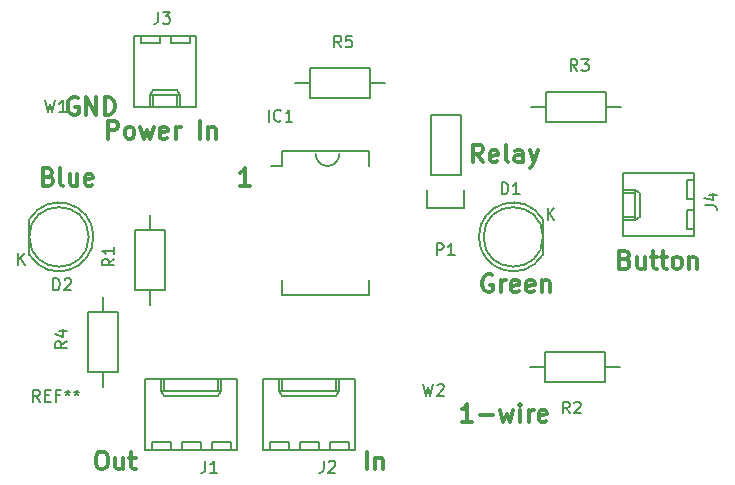
<source format=gbr>
G04 #@! TF.FileFunction,Legend,Top*
%FSLAX46Y46*%
G04 Gerber Fmt 4.6, Leading zero omitted, Abs format (unit mm)*
G04 Created by KiCad (PCBNEW 4.0.5+dfsg1-4) date Sat Jul  7 16:24:38 2018*
%MOMM*%
%LPD*%
G01*
G04 APERTURE LIST*
%ADD10C,0.100000*%
%ADD11C,0.300000*%
%ADD12C,0.200000*%
%ADD13C,0.150000*%
G04 APERTURE END LIST*
D10*
D11*
X186964286Y-123250000D02*
X186821429Y-123178571D01*
X186607143Y-123178571D01*
X186392858Y-123250000D01*
X186250000Y-123392857D01*
X186178572Y-123535714D01*
X186107143Y-123821429D01*
X186107143Y-124035714D01*
X186178572Y-124321429D01*
X186250000Y-124464286D01*
X186392858Y-124607143D01*
X186607143Y-124678571D01*
X186750000Y-124678571D01*
X186964286Y-124607143D01*
X187035715Y-124535714D01*
X187035715Y-124035714D01*
X186750000Y-124035714D01*
X187678572Y-124678571D02*
X187678572Y-123678571D01*
X187678572Y-123964286D02*
X187750000Y-123821429D01*
X187821429Y-123750000D01*
X187964286Y-123678571D01*
X188107143Y-123678571D01*
X189178571Y-124607143D02*
X189035714Y-124678571D01*
X188750000Y-124678571D01*
X188607143Y-124607143D01*
X188535714Y-124464286D01*
X188535714Y-123892857D01*
X188607143Y-123750000D01*
X188750000Y-123678571D01*
X189035714Y-123678571D01*
X189178571Y-123750000D01*
X189250000Y-123892857D01*
X189250000Y-124035714D01*
X188535714Y-124178571D01*
X190464285Y-124607143D02*
X190321428Y-124678571D01*
X190035714Y-124678571D01*
X189892857Y-124607143D01*
X189821428Y-124464286D01*
X189821428Y-123892857D01*
X189892857Y-123750000D01*
X190035714Y-123678571D01*
X190321428Y-123678571D01*
X190464285Y-123750000D01*
X190535714Y-123892857D01*
X190535714Y-124035714D01*
X189821428Y-124178571D01*
X191178571Y-123678571D02*
X191178571Y-124678571D01*
X191178571Y-123821429D02*
X191249999Y-123750000D01*
X191392857Y-123678571D01*
X191607142Y-123678571D01*
X191749999Y-123750000D01*
X191821428Y-123892857D01*
X191821428Y-124678571D01*
X149392858Y-114892857D02*
X149607144Y-114964286D01*
X149678572Y-115035714D01*
X149750001Y-115178571D01*
X149750001Y-115392857D01*
X149678572Y-115535714D01*
X149607144Y-115607143D01*
X149464286Y-115678571D01*
X148892858Y-115678571D01*
X148892858Y-114178571D01*
X149392858Y-114178571D01*
X149535715Y-114250000D01*
X149607144Y-114321429D01*
X149678572Y-114464286D01*
X149678572Y-114607143D01*
X149607144Y-114750000D01*
X149535715Y-114821429D01*
X149392858Y-114892857D01*
X148892858Y-114892857D01*
X150607144Y-115678571D02*
X150464286Y-115607143D01*
X150392858Y-115464286D01*
X150392858Y-114178571D01*
X151821429Y-114678571D02*
X151821429Y-115678571D01*
X151178572Y-114678571D02*
X151178572Y-115464286D01*
X151250000Y-115607143D01*
X151392858Y-115678571D01*
X151607143Y-115678571D01*
X151750000Y-115607143D01*
X151821429Y-115535714D01*
X153107143Y-115607143D02*
X152964286Y-115678571D01*
X152678572Y-115678571D01*
X152535715Y-115607143D01*
X152464286Y-115464286D01*
X152464286Y-114892857D01*
X152535715Y-114750000D01*
X152678572Y-114678571D01*
X152964286Y-114678571D01*
X153107143Y-114750000D01*
X153178572Y-114892857D01*
X153178572Y-115035714D01*
X152464286Y-115178571D01*
D12*
X173000000Y-114000000D02*
G75*
G03X174000000Y-113000000I0J1000000D01*
G01*
X172000000Y-113000000D02*
G75*
G03X173000000Y-114000000I1000000J0D01*
G01*
D11*
X154428572Y-111678571D02*
X154428572Y-110178571D01*
X155000000Y-110178571D01*
X155142858Y-110250000D01*
X155214286Y-110321429D01*
X155285715Y-110464286D01*
X155285715Y-110678571D01*
X155214286Y-110821429D01*
X155142858Y-110892857D01*
X155000000Y-110964286D01*
X154428572Y-110964286D01*
X156142858Y-111678571D02*
X156000000Y-111607143D01*
X155928572Y-111535714D01*
X155857143Y-111392857D01*
X155857143Y-110964286D01*
X155928572Y-110821429D01*
X156000000Y-110750000D01*
X156142858Y-110678571D01*
X156357143Y-110678571D01*
X156500000Y-110750000D01*
X156571429Y-110821429D01*
X156642858Y-110964286D01*
X156642858Y-111392857D01*
X156571429Y-111535714D01*
X156500000Y-111607143D01*
X156357143Y-111678571D01*
X156142858Y-111678571D01*
X157142858Y-110678571D02*
X157428572Y-111678571D01*
X157714286Y-110964286D01*
X158000001Y-111678571D01*
X158285715Y-110678571D01*
X159428572Y-111607143D02*
X159285715Y-111678571D01*
X159000001Y-111678571D01*
X158857144Y-111607143D01*
X158785715Y-111464286D01*
X158785715Y-110892857D01*
X158857144Y-110750000D01*
X159000001Y-110678571D01*
X159285715Y-110678571D01*
X159428572Y-110750000D01*
X159500001Y-110892857D01*
X159500001Y-111035714D01*
X158785715Y-111178571D01*
X160142858Y-111678571D02*
X160142858Y-110678571D01*
X160142858Y-110964286D02*
X160214286Y-110821429D01*
X160285715Y-110750000D01*
X160428572Y-110678571D01*
X160571429Y-110678571D01*
X162214286Y-111678571D02*
X162214286Y-110178571D01*
X162928572Y-110678571D02*
X162928572Y-111678571D01*
X162928572Y-110821429D02*
X163000000Y-110750000D01*
X163142858Y-110678571D01*
X163357143Y-110678571D01*
X163500000Y-110750000D01*
X163571429Y-110892857D01*
X163571429Y-111678571D01*
X186178572Y-113678571D02*
X185678572Y-112964286D01*
X185321429Y-113678571D02*
X185321429Y-112178571D01*
X185892857Y-112178571D01*
X186035715Y-112250000D01*
X186107143Y-112321429D01*
X186178572Y-112464286D01*
X186178572Y-112678571D01*
X186107143Y-112821429D01*
X186035715Y-112892857D01*
X185892857Y-112964286D01*
X185321429Y-112964286D01*
X187392857Y-113607143D02*
X187250000Y-113678571D01*
X186964286Y-113678571D01*
X186821429Y-113607143D01*
X186750000Y-113464286D01*
X186750000Y-112892857D01*
X186821429Y-112750000D01*
X186964286Y-112678571D01*
X187250000Y-112678571D01*
X187392857Y-112750000D01*
X187464286Y-112892857D01*
X187464286Y-113035714D01*
X186750000Y-113178571D01*
X188321429Y-113678571D02*
X188178571Y-113607143D01*
X188107143Y-113464286D01*
X188107143Y-112178571D01*
X189535714Y-113678571D02*
X189535714Y-112892857D01*
X189464285Y-112750000D01*
X189321428Y-112678571D01*
X189035714Y-112678571D01*
X188892857Y-112750000D01*
X189535714Y-113607143D02*
X189392857Y-113678571D01*
X189035714Y-113678571D01*
X188892857Y-113607143D01*
X188821428Y-113464286D01*
X188821428Y-113321429D01*
X188892857Y-113178571D01*
X189035714Y-113107143D01*
X189392857Y-113107143D01*
X189535714Y-113035714D01*
X190107143Y-112678571D02*
X190464286Y-113678571D01*
X190821428Y-112678571D02*
X190464286Y-113678571D01*
X190321428Y-114035714D01*
X190250000Y-114107143D01*
X190107143Y-114178571D01*
X185250000Y-135678571D02*
X184392857Y-135678571D01*
X184821429Y-135678571D02*
X184821429Y-134178571D01*
X184678572Y-134392857D01*
X184535714Y-134535714D01*
X184392857Y-134607143D01*
X185892857Y-135107143D02*
X187035714Y-135107143D01*
X187607143Y-134678571D02*
X187892857Y-135678571D01*
X188178571Y-134964286D01*
X188464286Y-135678571D01*
X188750000Y-134678571D01*
X189321429Y-135678571D02*
X189321429Y-134678571D01*
X189321429Y-134178571D02*
X189250000Y-134250000D01*
X189321429Y-134321429D01*
X189392857Y-134250000D01*
X189321429Y-134178571D01*
X189321429Y-134321429D01*
X190035715Y-135678571D02*
X190035715Y-134678571D01*
X190035715Y-134964286D02*
X190107143Y-134821429D01*
X190178572Y-134750000D01*
X190321429Y-134678571D01*
X190464286Y-134678571D01*
X191535714Y-135607143D02*
X191392857Y-135678571D01*
X191107143Y-135678571D01*
X190964286Y-135607143D01*
X190892857Y-135464286D01*
X190892857Y-134892857D01*
X190964286Y-134750000D01*
X191107143Y-134678571D01*
X191392857Y-134678571D01*
X191535714Y-134750000D01*
X191607143Y-134892857D01*
X191607143Y-135035714D01*
X190892857Y-135178571D01*
X151857143Y-108250000D02*
X151714286Y-108178571D01*
X151500000Y-108178571D01*
X151285715Y-108250000D01*
X151142857Y-108392857D01*
X151071429Y-108535714D01*
X151000000Y-108821429D01*
X151000000Y-109035714D01*
X151071429Y-109321429D01*
X151142857Y-109464286D01*
X151285715Y-109607143D01*
X151500000Y-109678571D01*
X151642857Y-109678571D01*
X151857143Y-109607143D01*
X151928572Y-109535714D01*
X151928572Y-109035714D01*
X151642857Y-109035714D01*
X152571429Y-109678571D02*
X152571429Y-108178571D01*
X153428572Y-109678571D01*
X153428572Y-108178571D01*
X154142858Y-109678571D02*
X154142858Y-108178571D01*
X154500001Y-108178571D01*
X154714286Y-108250000D01*
X154857144Y-108392857D01*
X154928572Y-108535714D01*
X155000001Y-108821429D01*
X155000001Y-109035714D01*
X154928572Y-109321429D01*
X154857144Y-109464286D01*
X154714286Y-109607143D01*
X154500001Y-109678571D01*
X154142858Y-109678571D01*
X166428572Y-115678571D02*
X165571429Y-115678571D01*
X166000001Y-115678571D02*
X166000001Y-114178571D01*
X165857144Y-114392857D01*
X165714286Y-114535714D01*
X165571429Y-114607143D01*
X176321429Y-139678571D02*
X176321429Y-138178571D01*
X177035715Y-138678571D02*
X177035715Y-139678571D01*
X177035715Y-138821429D02*
X177107143Y-138750000D01*
X177250001Y-138678571D01*
X177464286Y-138678571D01*
X177607143Y-138750000D01*
X177678572Y-138892857D01*
X177678572Y-139678571D01*
X153750000Y-138178571D02*
X154035714Y-138178571D01*
X154178572Y-138250000D01*
X154321429Y-138392857D01*
X154392857Y-138678571D01*
X154392857Y-139178571D01*
X154321429Y-139464286D01*
X154178572Y-139607143D01*
X154035714Y-139678571D01*
X153750000Y-139678571D01*
X153607143Y-139607143D01*
X153464286Y-139464286D01*
X153392857Y-139178571D01*
X153392857Y-138678571D01*
X153464286Y-138392857D01*
X153607143Y-138250000D01*
X153750000Y-138178571D01*
X155678572Y-138678571D02*
X155678572Y-139678571D01*
X155035715Y-138678571D02*
X155035715Y-139464286D01*
X155107143Y-139607143D01*
X155250001Y-139678571D01*
X155464286Y-139678571D01*
X155607143Y-139607143D01*
X155678572Y-139535714D01*
X156178572Y-138678571D02*
X156750001Y-138678571D01*
X156392858Y-138178571D02*
X156392858Y-139464286D01*
X156464286Y-139607143D01*
X156607144Y-139678571D01*
X156750001Y-139678571D01*
X198214286Y-121892857D02*
X198428572Y-121964286D01*
X198500000Y-122035714D01*
X198571429Y-122178571D01*
X198571429Y-122392857D01*
X198500000Y-122535714D01*
X198428572Y-122607143D01*
X198285714Y-122678571D01*
X197714286Y-122678571D01*
X197714286Y-121178571D01*
X198214286Y-121178571D01*
X198357143Y-121250000D01*
X198428572Y-121321429D01*
X198500000Y-121464286D01*
X198500000Y-121607143D01*
X198428572Y-121750000D01*
X198357143Y-121821429D01*
X198214286Y-121892857D01*
X197714286Y-121892857D01*
X199857143Y-121678571D02*
X199857143Y-122678571D01*
X199214286Y-121678571D02*
X199214286Y-122464286D01*
X199285714Y-122607143D01*
X199428572Y-122678571D01*
X199642857Y-122678571D01*
X199785714Y-122607143D01*
X199857143Y-122535714D01*
X200357143Y-121678571D02*
X200928572Y-121678571D01*
X200571429Y-121178571D02*
X200571429Y-122464286D01*
X200642857Y-122607143D01*
X200785715Y-122678571D01*
X200928572Y-122678571D01*
X201214286Y-121678571D02*
X201785715Y-121678571D01*
X201428572Y-121178571D02*
X201428572Y-122464286D01*
X201500000Y-122607143D01*
X201642858Y-122678571D01*
X201785715Y-122678571D01*
X202500001Y-122678571D02*
X202357143Y-122607143D01*
X202285715Y-122535714D01*
X202214286Y-122392857D01*
X202214286Y-121964286D01*
X202285715Y-121821429D01*
X202357143Y-121750000D01*
X202500001Y-121678571D01*
X202714286Y-121678571D01*
X202857143Y-121750000D01*
X202928572Y-121821429D01*
X203000001Y-121964286D01*
X203000001Y-122392857D01*
X202928572Y-122535714D01*
X202857143Y-122607143D01*
X202714286Y-122678571D01*
X202500001Y-122678571D01*
X203642858Y-121678571D02*
X203642858Y-122678571D01*
X203642858Y-121821429D02*
X203714286Y-121750000D01*
X203857144Y-121678571D01*
X204071429Y-121678571D01*
X204214286Y-121750000D01*
X204285715Y-121892857D01*
X204285715Y-122678571D01*
D13*
X147785112Y-121524904D02*
G75*
G03X147770000Y-118500000I2484888J1524904D01*
G01*
X147770000Y-121500000D02*
X147770000Y-118500000D01*
X152787936Y-120000000D02*
G75*
G03X152787936Y-120000000I-2517936J0D01*
G01*
X156730000Y-124460000D02*
X156730000Y-119380000D01*
X156730000Y-119380000D02*
X159270000Y-119380000D01*
X159270000Y-119380000D02*
X159270000Y-124460000D01*
X159270000Y-124460000D02*
X156730000Y-124460000D01*
X158000000Y-124460000D02*
X158000000Y-125730000D01*
X158000000Y-119380000D02*
X158000000Y-118110000D01*
X169135000Y-112705000D02*
X169135000Y-113975000D01*
X176485000Y-112705000D02*
X176485000Y-113975000D01*
X176485000Y-124915000D02*
X176485000Y-123645000D01*
X169135000Y-124915000D02*
X169135000Y-123645000D01*
X169135000Y-112705000D02*
X176485000Y-112705000D01*
X169135000Y-124915000D02*
X176485000Y-124915000D01*
X169135000Y-113975000D02*
X168200000Y-113975000D01*
X191214888Y-118475096D02*
G75*
G03X191230000Y-121500000I-2484888J-1524904D01*
G01*
X191230000Y-118500000D02*
X191230000Y-121500000D01*
X191247936Y-120000000D02*
G75*
G03X191247936Y-120000000I-2517936J0D01*
G01*
X165370000Y-138020000D02*
X165370000Y-132020000D01*
X165370000Y-132020000D02*
X157550000Y-132020000D01*
X157550000Y-132020000D02*
X157550000Y-138020000D01*
X157550000Y-138020000D02*
X165370000Y-138020000D01*
X164000000Y-132020000D02*
X164000000Y-133020000D01*
X164000000Y-133020000D02*
X158920000Y-133020000D01*
X158920000Y-133020000D02*
X158920000Y-132020000D01*
X164000000Y-133020000D02*
X163750000Y-133450000D01*
X163750000Y-133450000D02*
X159170000Y-133450000D01*
X159170000Y-133450000D02*
X158920000Y-133020000D01*
X163750000Y-132020000D02*
X163750000Y-133020000D01*
X159170000Y-132020000D02*
X159170000Y-133020000D01*
X164800000Y-138020000D02*
X164800000Y-137400000D01*
X164800000Y-137400000D02*
X163200000Y-137400000D01*
X163200000Y-137400000D02*
X163200000Y-138020000D01*
X162260000Y-138020000D02*
X162260000Y-137400000D01*
X162260000Y-137400000D02*
X160660000Y-137400000D01*
X160660000Y-137400000D02*
X160660000Y-138020000D01*
X159720000Y-138020000D02*
X159720000Y-137400000D01*
X159720000Y-137400000D02*
X158120000Y-137400000D01*
X158120000Y-137400000D02*
X158120000Y-138020000D01*
X175370000Y-138020000D02*
X175370000Y-132020000D01*
X175370000Y-132020000D02*
X167550000Y-132020000D01*
X167550000Y-132020000D02*
X167550000Y-138020000D01*
X167550000Y-138020000D02*
X175370000Y-138020000D01*
X174000000Y-132020000D02*
X174000000Y-133020000D01*
X174000000Y-133020000D02*
X168920000Y-133020000D01*
X168920000Y-133020000D02*
X168920000Y-132020000D01*
X174000000Y-133020000D02*
X173750000Y-133450000D01*
X173750000Y-133450000D02*
X169170000Y-133450000D01*
X169170000Y-133450000D02*
X168920000Y-133020000D01*
X173750000Y-132020000D02*
X173750000Y-133020000D01*
X169170000Y-132020000D02*
X169170000Y-133020000D01*
X174800000Y-138020000D02*
X174800000Y-137400000D01*
X174800000Y-137400000D02*
X173200000Y-137400000D01*
X173200000Y-137400000D02*
X173200000Y-138020000D01*
X172260000Y-138020000D02*
X172260000Y-137400000D01*
X172260000Y-137400000D02*
X170660000Y-137400000D01*
X170660000Y-137400000D02*
X170660000Y-138020000D01*
X169720000Y-138020000D02*
X169720000Y-137400000D01*
X169720000Y-137400000D02*
X168120000Y-137400000D01*
X168120000Y-137400000D02*
X168120000Y-138020000D01*
X156630000Y-102980000D02*
X156630000Y-108980000D01*
X156630000Y-108980000D02*
X161910000Y-108980000D01*
X161910000Y-108980000D02*
X161910000Y-102980000D01*
X161910000Y-102980000D02*
X156630000Y-102980000D01*
X158000000Y-108980000D02*
X158000000Y-107980000D01*
X158000000Y-107980000D02*
X160540000Y-107980000D01*
X160540000Y-107980000D02*
X160540000Y-108980000D01*
X158000000Y-107980000D02*
X158250000Y-107550000D01*
X158250000Y-107550000D02*
X160290000Y-107550000D01*
X160290000Y-107550000D02*
X160540000Y-107980000D01*
X158250000Y-108980000D02*
X158250000Y-107980000D01*
X160290000Y-108980000D02*
X160290000Y-107980000D01*
X157200000Y-102980000D02*
X157200000Y-103600000D01*
X157200000Y-103600000D02*
X158800000Y-103600000D01*
X158800000Y-103600000D02*
X158800000Y-102980000D01*
X159740000Y-102980000D02*
X159740000Y-103600000D01*
X159740000Y-103600000D02*
X161340000Y-103600000D01*
X161340000Y-103600000D02*
X161340000Y-102980000D01*
X204020000Y-114630000D02*
X198020000Y-114630000D01*
X198020000Y-114630000D02*
X198020000Y-119910000D01*
X198020000Y-119910000D02*
X204020000Y-119910000D01*
X204020000Y-119910000D02*
X204020000Y-114630000D01*
X198020000Y-116000000D02*
X199020000Y-116000000D01*
X199020000Y-116000000D02*
X199020000Y-118540000D01*
X199020000Y-118540000D02*
X198020000Y-118540000D01*
X199020000Y-116000000D02*
X199450000Y-116250000D01*
X199450000Y-116250000D02*
X199450000Y-118290000D01*
X199450000Y-118290000D02*
X199020000Y-118540000D01*
X198020000Y-116250000D02*
X199020000Y-116250000D01*
X198020000Y-118290000D02*
X199020000Y-118290000D01*
X204020000Y-115200000D02*
X203400000Y-115200000D01*
X203400000Y-115200000D02*
X203400000Y-116800000D01*
X203400000Y-116800000D02*
X204020000Y-116800000D01*
X204020000Y-117740000D02*
X203400000Y-117740000D01*
X203400000Y-117740000D02*
X203400000Y-119340000D01*
X203400000Y-119340000D02*
X204020000Y-119340000D01*
X184270000Y-114730000D02*
X184270000Y-109650000D01*
X184270000Y-109650000D02*
X181730000Y-109650000D01*
X181730000Y-109650000D02*
X181730000Y-114730000D01*
X181450000Y-117550000D02*
X181450000Y-116000000D01*
X181730000Y-114730000D02*
X184270000Y-114730000D01*
X184550000Y-116000000D02*
X184550000Y-117550000D01*
X184550000Y-117550000D02*
X181450000Y-117550000D01*
X196460000Y-132270000D02*
X191380000Y-132270000D01*
X191380000Y-132270000D02*
X191380000Y-129730000D01*
X191380000Y-129730000D02*
X196460000Y-129730000D01*
X196460000Y-129730000D02*
X196460000Y-132270000D01*
X196460000Y-131000000D02*
X197730000Y-131000000D01*
X191380000Y-131000000D02*
X190110000Y-131000000D01*
X191540000Y-107730000D02*
X196620000Y-107730000D01*
X196620000Y-107730000D02*
X196620000Y-110270000D01*
X196620000Y-110270000D02*
X191540000Y-110270000D01*
X191540000Y-110270000D02*
X191540000Y-107730000D01*
X191540000Y-109000000D02*
X190270000Y-109000000D01*
X196620000Y-109000000D02*
X197890000Y-109000000D01*
X152730000Y-131460000D02*
X152730000Y-126380000D01*
X152730000Y-126380000D02*
X155270000Y-126380000D01*
X155270000Y-126380000D02*
X155270000Y-131460000D01*
X155270000Y-131460000D02*
X152730000Y-131460000D01*
X154000000Y-131460000D02*
X154000000Y-132730000D01*
X154000000Y-126380000D02*
X154000000Y-125110000D01*
X171540000Y-105730000D02*
X176620000Y-105730000D01*
X176620000Y-105730000D02*
X176620000Y-108270000D01*
X176620000Y-108270000D02*
X171540000Y-108270000D01*
X171540000Y-108270000D02*
X171540000Y-105730000D01*
X171540000Y-107000000D02*
X170270000Y-107000000D01*
X176620000Y-107000000D02*
X177890000Y-107000000D01*
X149785905Y-124516381D02*
X149785905Y-123516381D01*
X150024000Y-123516381D01*
X150166858Y-123564000D01*
X150262096Y-123659238D01*
X150309715Y-123754476D01*
X150357334Y-123944952D01*
X150357334Y-124087810D01*
X150309715Y-124278286D01*
X150262096Y-124373524D01*
X150166858Y-124468762D01*
X150024000Y-124516381D01*
X149785905Y-124516381D01*
X150738286Y-123611619D02*
X150785905Y-123564000D01*
X150881143Y-123516381D01*
X151119239Y-123516381D01*
X151214477Y-123564000D01*
X151262096Y-123611619D01*
X151309715Y-123706857D01*
X151309715Y-123802095D01*
X151262096Y-123944952D01*
X150690667Y-124516381D01*
X151309715Y-124516381D01*
X146833095Y-122357381D02*
X146833095Y-121357381D01*
X147404524Y-122357381D02*
X146975952Y-121785952D01*
X147404524Y-121357381D02*
X146833095Y-121928810D01*
X154952261Y-121837746D02*
X154476070Y-122171080D01*
X154952261Y-122409175D02*
X153952261Y-122409175D01*
X153952261Y-122028222D01*
X153999880Y-121932984D01*
X154047499Y-121885365D01*
X154142737Y-121837746D01*
X154285594Y-121837746D01*
X154380832Y-121885365D01*
X154428451Y-121932984D01*
X154476070Y-122028222D01*
X154476070Y-122409175D01*
X154952261Y-120885365D02*
X154952261Y-121456794D01*
X154952261Y-121171080D02*
X153952261Y-121171080D01*
X154095118Y-121266318D01*
X154190356Y-121361556D01*
X154237975Y-121456794D01*
X168023810Y-110232381D02*
X168023810Y-109232381D01*
X169071429Y-110137143D02*
X169023810Y-110184762D01*
X168880953Y-110232381D01*
X168785715Y-110232381D01*
X168642857Y-110184762D01*
X168547619Y-110089524D01*
X168500000Y-109994286D01*
X168452381Y-109803810D01*
X168452381Y-109660952D01*
X168500000Y-109470476D01*
X168547619Y-109375238D01*
X168642857Y-109280000D01*
X168785715Y-109232381D01*
X168880953Y-109232381D01*
X169023810Y-109280000D01*
X169071429Y-109327619D01*
X170023810Y-110232381D02*
X169452381Y-110232381D01*
X169738095Y-110232381D02*
X169738095Y-109232381D01*
X169642857Y-109375238D01*
X169547619Y-109470476D01*
X169452381Y-109518095D01*
X187737905Y-116388381D02*
X187737905Y-115388381D01*
X187976000Y-115388381D01*
X188118858Y-115436000D01*
X188214096Y-115531238D01*
X188261715Y-115626476D01*
X188309334Y-115816952D01*
X188309334Y-115959810D01*
X188261715Y-116150286D01*
X188214096Y-116245524D01*
X188118858Y-116340762D01*
X187976000Y-116388381D01*
X187737905Y-116388381D01*
X189261715Y-116388381D02*
X188690286Y-116388381D01*
X188976000Y-116388381D02*
X188976000Y-115388381D01*
X188880762Y-115531238D01*
X188785524Y-115626476D01*
X188690286Y-115674095D01*
X191643095Y-118547381D02*
X191643095Y-117547381D01*
X192214524Y-118547381D02*
X191785952Y-117975952D01*
X192214524Y-117547381D02*
X191643095Y-118118810D01*
X162666667Y-138952381D02*
X162666667Y-139666667D01*
X162619047Y-139809524D01*
X162523809Y-139904762D01*
X162380952Y-139952381D01*
X162285714Y-139952381D01*
X163666667Y-139952381D02*
X163095238Y-139952381D01*
X163380952Y-139952381D02*
X163380952Y-138952381D01*
X163285714Y-139095238D01*
X163190476Y-139190476D01*
X163095238Y-139238095D01*
X172666667Y-138952381D02*
X172666667Y-139666667D01*
X172619047Y-139809524D01*
X172523809Y-139904762D01*
X172380952Y-139952381D01*
X172285714Y-139952381D01*
X173095238Y-139047619D02*
X173142857Y-139000000D01*
X173238095Y-138952381D01*
X173476191Y-138952381D01*
X173571429Y-139000000D01*
X173619048Y-139047619D01*
X173666667Y-139142857D01*
X173666667Y-139238095D01*
X173619048Y-139380952D01*
X173047619Y-139952381D01*
X173666667Y-139952381D01*
X158666667Y-100952381D02*
X158666667Y-101666667D01*
X158619047Y-101809524D01*
X158523809Y-101904762D01*
X158380952Y-101952381D01*
X158285714Y-101952381D01*
X159047619Y-100952381D02*
X159666667Y-100952381D01*
X159333333Y-101333333D01*
X159476191Y-101333333D01*
X159571429Y-101380952D01*
X159619048Y-101428571D01*
X159666667Y-101523810D01*
X159666667Y-101761905D01*
X159619048Y-101857143D01*
X159571429Y-101904762D01*
X159476191Y-101952381D01*
X159190476Y-101952381D01*
X159095238Y-101904762D01*
X159047619Y-101857143D01*
X204952381Y-117333333D02*
X205666667Y-117333333D01*
X205809524Y-117380953D01*
X205904762Y-117476191D01*
X205952381Y-117619048D01*
X205952381Y-117714286D01*
X205285714Y-116428571D02*
X205952381Y-116428571D01*
X204904762Y-116666667D02*
X205619048Y-116904762D01*
X205619048Y-116285714D01*
X149095238Y-108452381D02*
X149333333Y-109452381D01*
X149523810Y-108738095D01*
X149714286Y-109452381D01*
X149952381Y-108452381D01*
X150857143Y-109452381D02*
X150285714Y-109452381D01*
X150571428Y-109452381D02*
X150571428Y-108452381D01*
X150476190Y-108595238D01*
X150380952Y-108690476D01*
X150285714Y-108738095D01*
X181095238Y-132452381D02*
X181333333Y-133452381D01*
X181523810Y-132738095D01*
X181714286Y-133452381D01*
X181952381Y-132452381D01*
X182285714Y-132547619D02*
X182333333Y-132500000D01*
X182428571Y-132452381D01*
X182666667Y-132452381D01*
X182761905Y-132500000D01*
X182809524Y-132547619D01*
X182857143Y-132642857D01*
X182857143Y-132738095D01*
X182809524Y-132880952D01*
X182238095Y-133452381D01*
X182857143Y-133452381D01*
X182261905Y-121552381D02*
X182261905Y-120552381D01*
X182642858Y-120552381D01*
X182738096Y-120600000D01*
X182785715Y-120647619D01*
X182833334Y-120742857D01*
X182833334Y-120885714D01*
X182785715Y-120980952D01*
X182738096Y-121028571D01*
X182642858Y-121076190D01*
X182261905Y-121076190D01*
X183785715Y-121552381D02*
X183214286Y-121552381D01*
X183500000Y-121552381D02*
X183500000Y-120552381D01*
X183404762Y-120695238D01*
X183309524Y-120790476D01*
X183214286Y-120838095D01*
X193504414Y-134952501D02*
X193171080Y-134476310D01*
X192932985Y-134952501D02*
X192932985Y-133952501D01*
X193313938Y-133952501D01*
X193409176Y-134000120D01*
X193456795Y-134047739D01*
X193504414Y-134142977D01*
X193504414Y-134285834D01*
X193456795Y-134381072D01*
X193409176Y-134428691D01*
X193313938Y-134476310D01*
X192932985Y-134476310D01*
X193885366Y-134047739D02*
X193932985Y-134000120D01*
X194028223Y-133952501D01*
X194266319Y-133952501D01*
X194361557Y-134000120D01*
X194409176Y-134047739D01*
X194456795Y-134142977D01*
X194456795Y-134238215D01*
X194409176Y-134381072D01*
X193837747Y-134952501D01*
X194456795Y-134952501D01*
X194162254Y-105952261D02*
X193828920Y-105476070D01*
X193590825Y-105952261D02*
X193590825Y-104952261D01*
X193971778Y-104952261D01*
X194067016Y-104999880D01*
X194114635Y-105047499D01*
X194162254Y-105142737D01*
X194162254Y-105285594D01*
X194114635Y-105380832D01*
X194067016Y-105428451D01*
X193971778Y-105476070D01*
X193590825Y-105476070D01*
X194495587Y-104952261D02*
X195114635Y-104952261D01*
X194781301Y-105333213D01*
X194924159Y-105333213D01*
X195019397Y-105380832D01*
X195067016Y-105428451D01*
X195114635Y-105523690D01*
X195114635Y-105761785D01*
X195067016Y-105857023D01*
X195019397Y-105904642D01*
X194924159Y-105952261D01*
X194638444Y-105952261D01*
X194543206Y-105904642D01*
X194495587Y-105857023D01*
X150952261Y-128837746D02*
X150476070Y-129171080D01*
X150952261Y-129409175D02*
X149952261Y-129409175D01*
X149952261Y-129028222D01*
X149999880Y-128932984D01*
X150047499Y-128885365D01*
X150142737Y-128837746D01*
X150285594Y-128837746D01*
X150380832Y-128885365D01*
X150428451Y-128932984D01*
X150476070Y-129028222D01*
X150476070Y-129409175D01*
X150285594Y-127980603D02*
X150952261Y-127980603D01*
X149904642Y-128218699D02*
X150618928Y-128456794D01*
X150618928Y-127837746D01*
X174162254Y-103952261D02*
X173828920Y-103476070D01*
X173590825Y-103952261D02*
X173590825Y-102952261D01*
X173971778Y-102952261D01*
X174067016Y-102999880D01*
X174114635Y-103047499D01*
X174162254Y-103142737D01*
X174162254Y-103285594D01*
X174114635Y-103380832D01*
X174067016Y-103428451D01*
X173971778Y-103476070D01*
X173590825Y-103476070D01*
X175067016Y-102952261D02*
X174590825Y-102952261D01*
X174543206Y-103428451D01*
X174590825Y-103380832D01*
X174686063Y-103333213D01*
X174924159Y-103333213D01*
X175019397Y-103380832D01*
X175067016Y-103428451D01*
X175114635Y-103523690D01*
X175114635Y-103761785D01*
X175067016Y-103857023D01*
X175019397Y-103904642D01*
X174924159Y-103952261D01*
X174686063Y-103952261D01*
X174590825Y-103904642D01*
X174543206Y-103857023D01*
X148666667Y-133952381D02*
X148333333Y-133476190D01*
X148095238Y-133952381D02*
X148095238Y-132952381D01*
X148476191Y-132952381D01*
X148571429Y-133000000D01*
X148619048Y-133047619D01*
X148666667Y-133142857D01*
X148666667Y-133285714D01*
X148619048Y-133380952D01*
X148571429Y-133428571D01*
X148476191Y-133476190D01*
X148095238Y-133476190D01*
X149095238Y-133428571D02*
X149428572Y-133428571D01*
X149571429Y-133952381D02*
X149095238Y-133952381D01*
X149095238Y-132952381D01*
X149571429Y-132952381D01*
X150333334Y-133428571D02*
X150000000Y-133428571D01*
X150000000Y-133952381D02*
X150000000Y-132952381D01*
X150476191Y-132952381D01*
X151000000Y-132952381D02*
X151000000Y-133190476D01*
X150761905Y-133095238D02*
X151000000Y-133190476D01*
X151238096Y-133095238D01*
X150857143Y-133380952D02*
X151000000Y-133190476D01*
X151142858Y-133380952D01*
X151761905Y-132952381D02*
X151761905Y-133190476D01*
X151523810Y-133095238D02*
X151761905Y-133190476D01*
X152000001Y-133095238D01*
X151619048Y-133380952D02*
X151761905Y-133190476D01*
X151904763Y-133380952D01*
M02*

</source>
